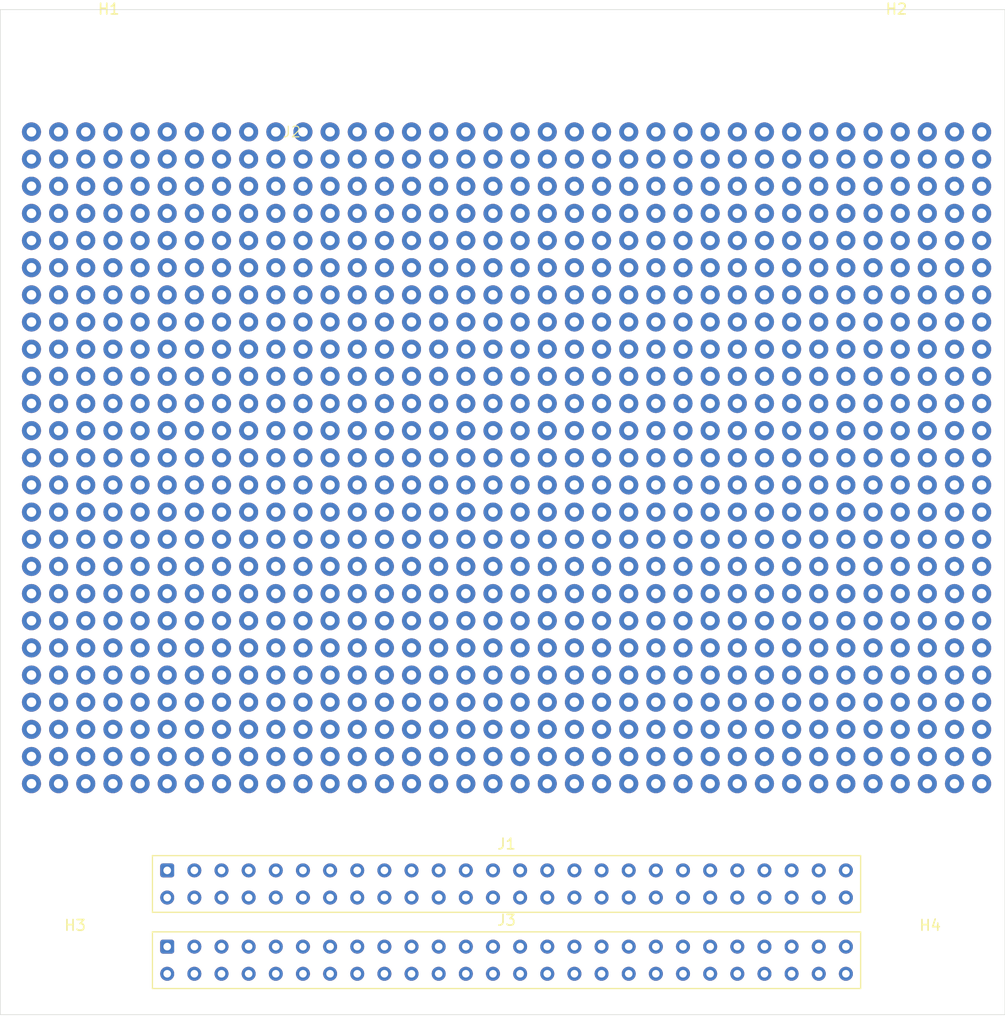
<source format=kicad_pcb>
(kicad_pcb (version 20241229) (generator "pcbnew") (generator_version "9.0")
  (layers (0 "F.Cu" signal) (2 "B.Cu" signal) (13 "F.Paste" user) (15 "B.Paste" user) (5 "F.SilkS" user "F.Silkscreen") (7 "B.SilkS" user "B.Silkscreen") (1 "F.Mask" user) (3 "B.Mask" user) (25 "Edge.Cuts" user))
  (net 0 "")
  (footprint "MountingHole:MountingHole_3.2mm_M3" (layer "F.Cu") (at 116.45 46.05)
    (property "Reference" "H1")
    (property "Value" "MountingHole")
  )
  (footprint "Connector_Samtec_HLE_THT:Samtec_HLE-126-02-xx-DV-TE_2x26_P2.54mm_Horizontal" (layer "F.Cu") (at 121.92 122.41)
    (property "Reference" "J1")
    (property "Value" "Conn_02x26_Odd_Even")
  )
  (footprint "MountingHole:MountingHole_3.2mm_M3" (layer "F.Cu") (at 190.15 46.05)
    (property "Reference" "H2")
    (property "Value" "MountingHole")
  )
  (footprint "Connector:single_pad" (layer "F.Cu") (at 154.94 81.28)
    (property "Reference" "J2")
    (property "Value" "Conn_01x01_Pin")
  )
  (footprint "Connector_Samtec_HLE_THT:Samtec_HLE-126-02-xx-DV-TE_2x26_P2.54mm_Horizontal" (layer "F.Cu") (at 121.92 129.54)
    (property "Reference" "J3")
    (property "Value" "Conn_02x26_Odd_Even")
  )
  (footprint "MountingHole:MountingHole_3.2mm_M3" (layer "F.Cu") (at 193.3 131.75)
    (property "Reference" "H4")
    (property "Value" "MountingHole")
  )
  (footprint "MountingHole:MountingHole_3.2mm_M3" (layer "F.Cu") (at 113.3 131.75)
    (property "Reference" "H3")
    (property "Value" "MountingHole")
  )
  (gr_rect (start 106.3 41.9) (end 200.3 135.9) (stroke (width 0.05)) (fill no) (layer "Edge.Cuts"))
)
</source>
